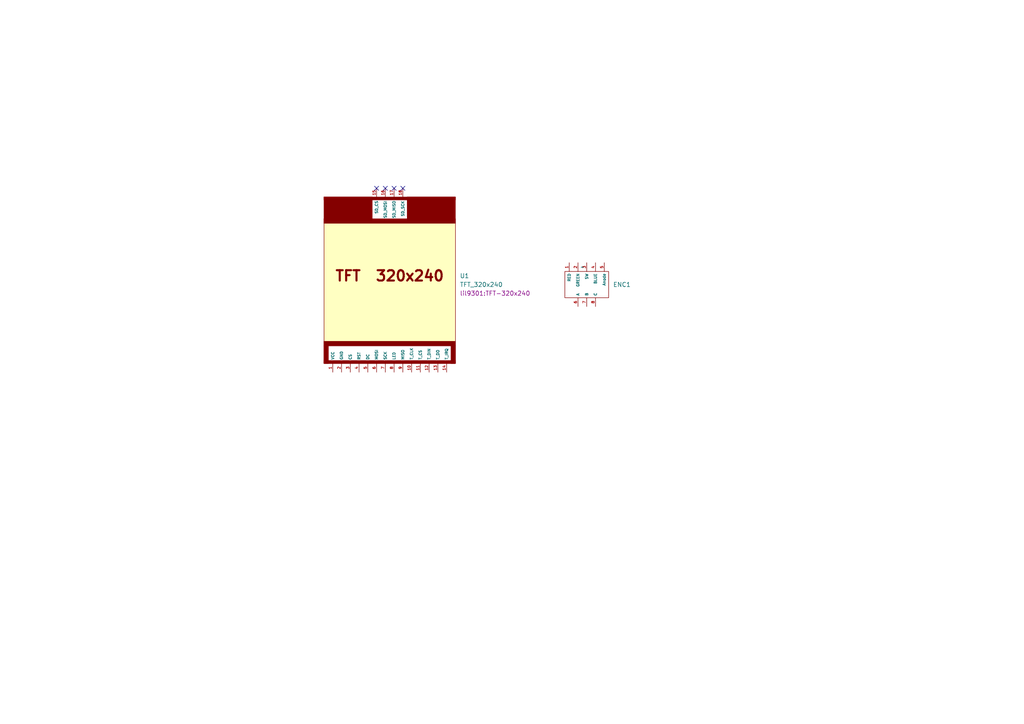
<source format=kicad_sch>
(kicad_sch (version 20230121) (generator eeschema)
  (paper "A4")
  (lib_symbols
    (symbol "Potentiometer_LED:EC12PLRGBSDVBF"
      (property "Reference" "ENC" (at 0 11.43 0))
      (symbol "EC12PLRGBSDVBF_0_1"
        (rectangle (start -6.35 3.81) (end 6.35 -3.81))
      )
      (symbol "EC12PLRGBSDVBF_1_1"
        (pin passive line (at -5.08 6.35 270) (length 2.54) (name "RED") (number "1"))
        (pin passive line (at -2.54 6.35 270) (length 2.54) (name "GREEN") (number "2"))
        (pin passive line (at 0 6.35 270) (length 2.54) (name "SW") (number "3"))
        (pin passive line (at 2.54 6.35 270) (length 2.54) (name "BLUE") (number "4"))
        (pin power_in line (at 5.08 6.35 270) (length 2.54) (name "Anode") (number "5"))
        (pin passive line (at -2.54 -6.35 90) (length 2.54) (name "A") (number "6"))
        (pin passive line (at 0 -6.35 90) (length 2.54) (name "B") (number "7"))
        (pin passive line (at 2.54 -6.35 90) (length 2.54) (name "C") (number "8"))
      )
    )
    (symbol "tft_320x240:TFT_320x240" (pin_names (offset 1.016))
      (property "Reference" "U1" (at 20.32 25.4 0))
      (property "Value" "TFT_320x240" (at 20.32 22.86 0))
      (property "Footprint" "z_Devices:TFT-320x240" (at 20.32 20.32 0))
      (symbol "TFT_320x240_0_0"
        (text "TFT  320x240" (at 0 25.4 0) (effects (font (size 2.9972 2.9972) bold)))
      )
      (symbol "TFT_320x240_0_1"
        (rectangle (start -19.05 0) (end 19.05 6.35))
        (rectangle (start -19.05 0.8382) (end 19.05 0) (fill (type outline)))
        (rectangle (start -19.05 5.08) (end -17.78 0) (fill (type outline)))
        (rectangle (start -19.05 6.35) (end 19.05 5.08) (fill (type outline)))
        (rectangle (start -19.05 6.35) (end 19.05 41.91) (fill (type background)))
        (rectangle (start -19.05 41.91) (end 19.05 40.64) (fill (type outline)))
        (rectangle (start -19.05 48.26) (end -5.08 41.91) (fill (type outline)))
        (rectangle (start -19.05 48.26) (end 19.05 47.4218) (fill (type outline)))
        (rectangle (start 5.08 48.26) (end 19.05 41.91) (fill (type outline)))
        (rectangle (start 17.78 5.08) (end 19.05 0) (fill (type outline)))
      )
      (symbol "TFT_320x240_1_1"
        (pin power_in line (at -16.51 -2.54 90) (length 2.54) (name "VCC") (number "1"))
        (pin bidirectional line (at 6.35 -2.54 90) (length 2.54) (name "T_CLK") (number "10"))
        (pin bidirectional line (at 8.89 -2.54 90) (length 2.54) (name "T_CS") (number "11"))
        (pin bidirectional line (at 11.43 -2.54 90) (length 2.54) (name "T_DIN") (number "12"))
        (pin bidirectional line (at 13.97 -2.54 90) (length 2.54) (name "T_DO") (number "13"))
        (pin bidirectional line (at 16.51 -2.54 90) (length 2.54) (name "T_IRQ") (number "14"))
        (pin passive line (at -3.81 50.8 270) (length 2.54) (name "SD_CS") (number "15"))
        (pin passive line (at -1.27 50.8 270) (length 2.54) (name "SD_MOSI") (number "16"))
        (pin passive line (at 1.27 50.8 270) (length 2.54) (name "SD_MISO") (number "17"))
        (pin passive line (at 3.81 50.8 270) (length 2.54) (name "SD_SCK") (number "18"))
        (pin bidirectional line (at -13.97 -2.54 90) (length 2.54) (name "GND") (number "2"))
        (pin bidirectional line (at -11.43 -2.54 90) (length 2.54) (name "CS") (number "3"))
        (pin bidirectional line (at -8.89 -2.54 90) (length 2.54) (name "RST") (number "4"))
        (pin bidirectional line (at -6.35 -2.54 90) (length 2.54) (name "DC") (number "5"))
        (pin bidirectional line (at -3.81 -2.54 90) (length 2.54) (name "MOSI") (number "6"))
        (pin bidirectional line (at -1.27 -2.54 90) (length 2.54) (name "SCK") (number "7"))
        (pin power_in line (at 1.27 -2.54 90) (length 2.54) (name "LED") (number "8"))
        (pin bidirectional line (at 3.81 -2.54 90) (length 2.54) (name "MISO") (number "9"))
      )
    )
  )
  (no_connect (at 116.84 54.61))
  (no_connect (at 109.22 54.61))
  (no_connect (at 114.3 54.61))
  (no_connect (at 111.76 54.61))
  (symbol (lib_id "tft_320x240:TFT_320x240") (at 113.03 105.41 0) (unit 1)
    (property "Reference" "U1" (at 133.35 80.01 0) (effects (justify left)))
    (property "Value" "TFT_320x240" (at 133.35 82.55 0) (effects (justify left)))
    (property "Footprint" "lil9301:TFT-320x240" (at 133.35 85.09 0) (effects (justify left)))
  )
  (symbol (lib_id "Potentiometer_LED:EC12PLRGBSDVBF") (at 170.18 82.55 0) (unit 1)
    (property "Reference" "ENC1" (at 177.8 82.55 0) (effects (justify left)))
    (property "Value" "~" (at 168.91 77.47 0))
    (property "Footprint" "Potentiometer_LED:EC12PLRGBSDVBF_DIP" (effects hide))
  )
)
</source>
